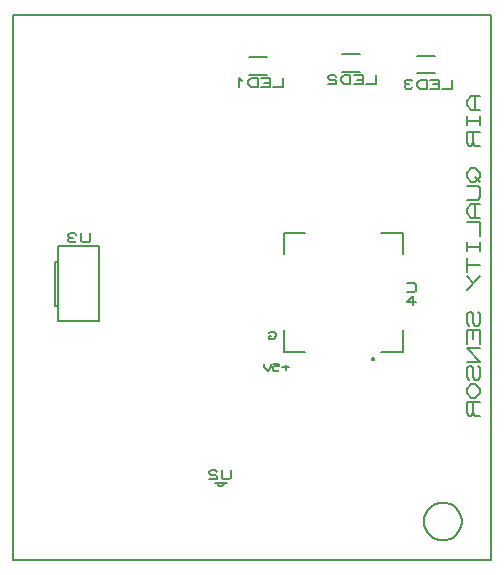
<source format=gbr>
G04 PROTEUS GERBER X2 FILE*
%TF.GenerationSoftware,Labcenter,Proteus,8.17-SP2-Build37159*%
%TF.CreationDate,2024-05-15T17:06:41+00:00*%
%TF.FileFunction,Legend,Bot*%
%TF.FilePolarity,Positive*%
%TF.Part,Single*%
%TF.SameCoordinates,{8e856c1c-122a-437a-bfc2-24db689c5e76}*%
%FSLAX45Y45*%
%MOMM*%
G01*
%TA.AperFunction,Profile*%
%ADD21C,0.150000*%
%TA.AperFunction,Material*%
%ADD73C,0.127000*%
%ADD31C,0.200000*%
%ADD30C,0.150000*%
%ADD34C,0.152400*%
%TA.AperFunction,NonMaterial*%
%ADD33C,0.150000*%
%TD.AperFunction*%
D21*
X-2010000Y-2260000D02*
X+2040000Y-2260000D01*
X+2040000Y+2360000D01*
X-2010000Y+2360000D01*
X-2010000Y-2260000D01*
D73*
X+1293000Y-495000D02*
X+1293000Y-312000D01*
X+1293000Y+332000D02*
X+1293000Y+515000D01*
X+1110000Y+515000D01*
X+283000Y+515000D02*
X+466000Y+515000D01*
X+283000Y-312000D02*
X+283000Y-495000D01*
X+283000Y+515000D02*
X+283000Y+332000D01*
X+283000Y-495000D02*
X+466000Y-495000D01*
D31*
X+1048000Y-557000D02*
X+1047965Y-556169D01*
X+1047684Y-554505D01*
X+1047094Y-552841D01*
X+1046130Y-551177D01*
X+1044655Y-549536D01*
X+1042991Y-548335D01*
X+1041327Y-547570D01*
X+1039663Y-547139D01*
X+1038000Y-547000D01*
X+1028000Y-557000D02*
X+1028035Y-556169D01*
X+1028316Y-554505D01*
X+1028906Y-552841D01*
X+1029870Y-551177D01*
X+1031345Y-549536D01*
X+1033009Y-548335D01*
X+1034673Y-547570D01*
X+1036337Y-547139D01*
X+1038000Y-547000D01*
X+1028000Y-557000D02*
X+1028035Y-557831D01*
X+1028316Y-559495D01*
X+1028906Y-561159D01*
X+1029870Y-562823D01*
X+1031345Y-564464D01*
X+1033009Y-565665D01*
X+1034673Y-566430D01*
X+1036337Y-566861D01*
X+1038000Y-567000D01*
X+1048000Y-557000D02*
X+1047965Y-557831D01*
X+1047684Y-559495D01*
X+1047094Y-561159D01*
X+1046130Y-562823D01*
X+1044655Y-564464D01*
X+1042991Y-565665D01*
X+1041327Y-566430D01*
X+1039663Y-566861D01*
X+1038000Y-567000D01*
D73*
X+1293000Y-495000D02*
X+1110000Y-495000D01*
D30*
X+1324750Y+89430D02*
X+1388250Y+89430D01*
X+1400950Y+76095D01*
X+1400950Y+22755D01*
X+1388250Y+9420D01*
X+1324750Y+9420D01*
X+1375550Y-97260D02*
X+1375550Y-17250D01*
X+1324750Y-70590D01*
X+1400950Y-70590D01*
X-1282160Y+404120D02*
X-1282160Y-235960D01*
X-1630140Y-235960D01*
X-1630140Y+404120D01*
X-1284700Y+404120D01*
X-1630140Y+269500D02*
X-1650460Y+269500D01*
X-1650460Y-108960D01*
X-1632680Y-108960D01*
X-1353280Y+510800D02*
X-1353280Y+447300D01*
X-1366615Y+434600D01*
X-1419955Y+434600D01*
X-1433290Y+447300D01*
X-1433290Y+510800D01*
X-1473295Y+498100D02*
X-1486630Y+510800D01*
X-1526635Y+510800D01*
X-1539970Y+498100D01*
X-1539970Y+485400D01*
X-1526635Y+472700D01*
X-1539970Y+460000D01*
X-1539970Y+447300D01*
X-1526635Y+434600D01*
X-1486630Y+434600D01*
X-1473295Y+447300D01*
X-1499965Y+472700D02*
X-1526635Y+472700D01*
D34*
X-302880Y-1603580D02*
X-280020Y-1603580D01*
X-219060Y-1603580D01*
X-196200Y-1603580D01*
X-280020Y-1603580D02*
X-277624Y-1615444D01*
X-271092Y-1625132D01*
X-261403Y-1631664D01*
X-249540Y-1634060D01*
X-237677Y-1631664D01*
X-227988Y-1625132D01*
X-221456Y-1615444D01*
X-219060Y-1603580D01*
D30*
X-162860Y-1495330D02*
X-162860Y-1558830D01*
X-176195Y-1571530D01*
X-229535Y-1571530D01*
X-242870Y-1558830D01*
X-242870Y-1495330D01*
X-282875Y-1508030D02*
X-296210Y-1495330D01*
X-336215Y-1495330D01*
X-349550Y-1508030D01*
X-349550Y-1520730D01*
X-336215Y-1533430D01*
X-296210Y-1533430D01*
X-282875Y-1546130D01*
X-282875Y-1571530D01*
X-349550Y-1571530D01*
X-11140Y+1851340D02*
X+141260Y+1851340D01*
X-8600Y+1998660D02*
X+141260Y+1998660D01*
X+275880Y+1820860D02*
X+275880Y+1744660D01*
X+195870Y+1744660D01*
X+89190Y+1744660D02*
X+169200Y+1744660D01*
X+169200Y+1820860D01*
X+89190Y+1820860D01*
X+169200Y+1782760D02*
X+115860Y+1782760D01*
X+62520Y+1744660D02*
X+62520Y+1820860D01*
X+9180Y+1820860D01*
X-17490Y+1795460D01*
X-17490Y+1770060D01*
X+9180Y+1744660D01*
X+62520Y+1744660D01*
X-70830Y+1795460D02*
X-97500Y+1820860D01*
X-97500Y+1744660D01*
X+773820Y+1876340D02*
X+926220Y+1876340D01*
X+776360Y+2023660D02*
X+926220Y+2023660D01*
X+1060840Y+1845860D02*
X+1060840Y+1769660D01*
X+980830Y+1769660D01*
X+874150Y+1769660D02*
X+954160Y+1769660D01*
X+954160Y+1845860D01*
X+874150Y+1845860D01*
X+954160Y+1807760D02*
X+900820Y+1807760D01*
X+847480Y+1769660D02*
X+847480Y+1845860D01*
X+794140Y+1845860D01*
X+767470Y+1820460D01*
X+767470Y+1795060D01*
X+794140Y+1769660D01*
X+847480Y+1769660D01*
X+727465Y+1833160D02*
X+714130Y+1845860D01*
X+674125Y+1845860D01*
X+660790Y+1833160D01*
X+660790Y+1820460D01*
X+674125Y+1807760D01*
X+714130Y+1807760D01*
X+727465Y+1795060D01*
X+727465Y+1769660D01*
X+660790Y+1769660D01*
X+1566180Y+2013660D02*
X+1413780Y+2013660D01*
X+1563640Y+1866340D02*
X+1413780Y+1866340D01*
X+1705880Y+1810340D02*
X+1705880Y+1734140D01*
X+1625870Y+1734140D01*
X+1519190Y+1734140D02*
X+1599200Y+1734140D01*
X+1599200Y+1810340D01*
X+1519190Y+1810340D01*
X+1599200Y+1772240D02*
X+1545860Y+1772240D01*
X+1492520Y+1734140D02*
X+1492520Y+1810340D01*
X+1439180Y+1810340D01*
X+1412510Y+1784940D01*
X+1412510Y+1759540D01*
X+1439180Y+1734140D01*
X+1492520Y+1734140D01*
X+1372505Y+1797640D02*
X+1359170Y+1810340D01*
X+1319165Y+1810340D01*
X+1305830Y+1797640D01*
X+1305830Y+1784940D01*
X+1319165Y+1772240D01*
X+1305830Y+1759540D01*
X+1305830Y+1746840D01*
X+1319165Y+1734140D01*
X+1359170Y+1734140D01*
X+1372505Y+1746840D01*
X+1345835Y+1772240D02*
X+1319165Y+1772240D01*
D21*
X+1790312Y-1930000D02*
X+1789777Y-1916917D01*
X+1785433Y-1890749D01*
X+1776357Y-1864581D01*
X+1761574Y-1838413D01*
X+1738960Y-1812409D01*
X+1712792Y-1792721D01*
X+1686624Y-1780021D01*
X+1660456Y-1772608D01*
X+1634288Y-1769745D01*
X+1630000Y-1769688D01*
X+1469688Y-1930000D02*
X+1470223Y-1916917D01*
X+1474567Y-1890749D01*
X+1483643Y-1864581D01*
X+1498426Y-1838413D01*
X+1521040Y-1812409D01*
X+1547208Y-1792721D01*
X+1573376Y-1780021D01*
X+1599544Y-1772608D01*
X+1625712Y-1769745D01*
X+1630000Y-1769688D01*
X+1469688Y-1930000D02*
X+1470223Y-1943083D01*
X+1474567Y-1969251D01*
X+1483643Y-1995419D01*
X+1498426Y-2021587D01*
X+1521040Y-2047591D01*
X+1547208Y-2067279D01*
X+1573376Y-2079979D01*
X+1599544Y-2087392D01*
X+1625712Y-2090255D01*
X+1630000Y-2090312D01*
X+1790312Y-1930000D02*
X+1789777Y-1943083D01*
X+1785433Y-1969251D01*
X+1776357Y-1995419D01*
X+1761574Y-2021587D01*
X+1738960Y-2047591D01*
X+1712792Y-2067279D01*
X+1686624Y-2079979D01*
X+1660456Y-2087392D01*
X+1634288Y-2090255D01*
X+1630000Y-2090312D01*
D33*
X+1942240Y+1670000D02*
X+1871120Y+1670000D01*
X+1835560Y+1631900D01*
X+1835560Y+1593800D01*
X+1871120Y+1555700D01*
X+1942240Y+1555700D01*
X+1906680Y+1670000D02*
X+1906680Y+1555700D01*
X+1835560Y+1498550D02*
X+1835560Y+1422350D01*
X+1835560Y+1460450D02*
X+1942240Y+1460450D01*
X+1942240Y+1498550D02*
X+1942240Y+1422350D01*
X+1942240Y+1365200D02*
X+1835560Y+1365200D01*
X+1835560Y+1269950D01*
X+1853340Y+1250900D01*
X+1871120Y+1250900D01*
X+1888900Y+1269950D01*
X+1888900Y+1365200D01*
X+1888900Y+1269950D02*
X+1906680Y+1250900D01*
X+1942240Y+1250900D01*
X+1871120Y+1060400D02*
X+1835560Y+1022300D01*
X+1835560Y+984200D01*
X+1871120Y+946100D01*
X+1906680Y+946100D01*
X+1942240Y+984200D01*
X+1942240Y+1022300D01*
X+1906680Y+1060400D01*
X+1871120Y+1060400D01*
X+1906680Y+984200D02*
X+1942240Y+946100D01*
X+1835560Y+908000D02*
X+1924460Y+908000D01*
X+1942240Y+888950D01*
X+1942240Y+812750D01*
X+1924460Y+793700D01*
X+1835560Y+793700D01*
X+1942240Y+755600D02*
X+1871120Y+755600D01*
X+1835560Y+717500D01*
X+1835560Y+679400D01*
X+1871120Y+641300D01*
X+1942240Y+641300D01*
X+1906680Y+755600D02*
X+1906680Y+641300D01*
X+1835560Y+603200D02*
X+1942240Y+603200D01*
X+1942240Y+488900D01*
X+1835560Y+431750D02*
X+1835560Y+355550D01*
X+1835560Y+393650D02*
X+1942240Y+393650D01*
X+1942240Y+431750D02*
X+1942240Y+355550D01*
X+1835560Y+298400D02*
X+1835560Y+184100D01*
X+1835560Y+241250D02*
X+1942240Y+241250D01*
X+1835560Y+31700D02*
X+1942240Y+146000D01*
X+1835560Y+146000D02*
X+1888900Y+88850D01*
X+1924460Y-158800D02*
X+1942240Y-177850D01*
X+1942240Y-254050D01*
X+1924460Y-273100D01*
X+1906680Y-273100D01*
X+1888900Y-254050D01*
X+1888900Y-177850D01*
X+1871120Y-158800D01*
X+1853340Y-158800D01*
X+1835560Y-177850D01*
X+1835560Y-254050D01*
X+1853340Y-273100D01*
X+1942240Y-425500D02*
X+1942240Y-311200D01*
X+1835560Y-311200D01*
X+1835560Y-425500D01*
X+1888900Y-311200D02*
X+1888900Y-387400D01*
X+1942240Y-463600D02*
X+1835560Y-463600D01*
X+1942240Y-577900D01*
X+1835560Y-577900D01*
X+1924460Y-616000D02*
X+1942240Y-635050D01*
X+1942240Y-711250D01*
X+1924460Y-730300D01*
X+1906680Y-730300D01*
X+1888900Y-711250D01*
X+1888900Y-635050D01*
X+1871120Y-616000D01*
X+1853340Y-616000D01*
X+1835560Y-635050D01*
X+1835560Y-711250D01*
X+1853340Y-730300D01*
X+1871120Y-768400D02*
X+1835560Y-806500D01*
X+1835560Y-844600D01*
X+1871120Y-882700D01*
X+1906680Y-882700D01*
X+1942240Y-844600D01*
X+1942240Y-806500D01*
X+1906680Y-768400D01*
X+1871120Y-768400D01*
X+1942240Y-920800D02*
X+1835560Y-920800D01*
X+1835560Y-1016050D01*
X+1853340Y-1035100D01*
X+1871120Y-1035100D01*
X+1888900Y-1016050D01*
X+1888900Y-920800D01*
X+1888900Y-1016050D02*
X+1906680Y-1035100D01*
X+1942240Y-1035100D01*
X+327500Y-623300D02*
X+270350Y-623300D01*
X+298925Y-602980D02*
X+298925Y-643620D01*
X+194150Y-592820D02*
X+241775Y-592820D01*
X+241775Y-613140D01*
X+203675Y-613140D01*
X+194150Y-623300D01*
X+194150Y-643620D01*
X+203675Y-653780D01*
X+232250Y-653780D01*
X+241775Y-643620D01*
X+175100Y-592820D02*
X+175100Y-623300D01*
X+146525Y-653780D01*
X+117950Y-623300D01*
X+117950Y-592820D01*
X+178000Y-363460D02*
X+158950Y-363460D01*
X+158950Y-383780D01*
X+197050Y-383780D01*
X+216100Y-363460D01*
X+216100Y-343140D01*
X+197050Y-322820D01*
X+168475Y-322820D01*
X+158950Y-332980D01*
M02*

</source>
